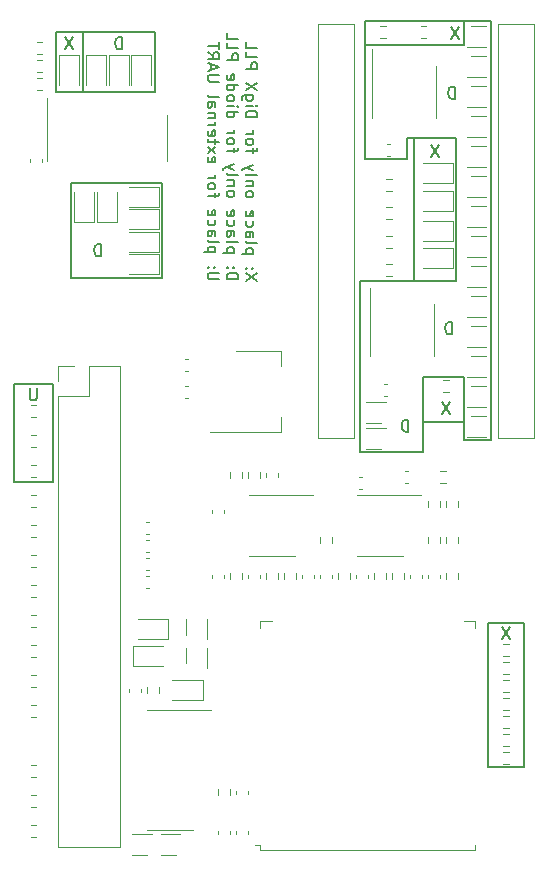
<source format=gbo>
%TF.GenerationSoftware,KiCad,Pcbnew,(6.0.1)*%
%TF.CreationDate,2022-01-21T22:17:13+01:00*%
%TF.ProjectId,bosch-kf163-control,626f7363-682d-46b6-9631-36332d636f6e,1*%
%TF.SameCoordinates,Original*%
%TF.FileFunction,Legend,Bot*%
%TF.FilePolarity,Positive*%
%FSLAX46Y46*%
G04 Gerber Fmt 4.6, Leading zero omitted, Abs format (unit mm)*
G04 Created by KiCad (PCBNEW (6.0.1)) date 2022-01-21 22:17:13*
%MOMM*%
%LPD*%
G01*
G04 APERTURE LIST*
%ADD10C,0.150000*%
%ADD11C,0.127000*%
%ADD12C,0.200000*%
%ADD13C,0.120000*%
G04 APERTURE END LIST*
D10*
X95377000Y-70739000D02*
X93091000Y-70739000D01*
X93091000Y-70739000D02*
X93091000Y-65659000D01*
X93091000Y-65659000D02*
X95377000Y-65659000D01*
X95377000Y-65659000D02*
X95377000Y-70739000D01*
D11*
X102108000Y-86487000D02*
X94361000Y-86487000D01*
X94361000Y-86487000D02*
X94361000Y-80899000D01*
X94361000Y-80899000D02*
X94361000Y-78486000D01*
X94361000Y-78486000D02*
X102108000Y-78486000D01*
X102108000Y-78486000D02*
X102108000Y-86487000D01*
X92837000Y-103759000D02*
X89535000Y-103759000D01*
X89535000Y-103759000D02*
X89535000Y-95504000D01*
X89535000Y-95504000D02*
X92837000Y-95504000D01*
X92837000Y-95504000D02*
X92837000Y-103759000D01*
D10*
X101473000Y-65659000D02*
X101473000Y-70739000D01*
X101473000Y-70739000D02*
X95377000Y-70739000D01*
X95377000Y-70739000D02*
X95377000Y-65659000D01*
X95377000Y-65659000D02*
X101473000Y-65659000D01*
D11*
X132715000Y-127889000D02*
X129667000Y-127889000D01*
X129667000Y-127889000D02*
X129667000Y-115697000D01*
X129667000Y-115697000D02*
X132715000Y-115697000D01*
X132715000Y-115697000D02*
X132715000Y-127889000D01*
X129921000Y-100203000D02*
X127635000Y-100203000D01*
X127635000Y-100203000D02*
X127635000Y-94869000D01*
X127635000Y-94869000D02*
X124206000Y-94869000D01*
X124206000Y-94869000D02*
X124206000Y-101219000D01*
X124206000Y-101219000D02*
X118872000Y-101219000D01*
X118872000Y-101219000D02*
X118872000Y-86741000D01*
X118872000Y-86741000D02*
X127000000Y-86741000D01*
X127000000Y-86741000D02*
X127000000Y-74676000D01*
X127000000Y-74676000D02*
X122809000Y-74676000D01*
X122809000Y-74676000D02*
X122809000Y-76454000D01*
X122809000Y-76454000D02*
X119253000Y-76454000D01*
X119253000Y-76454000D02*
X119253000Y-66802000D01*
X119253000Y-66802000D02*
X127635000Y-66802000D01*
X127635000Y-66802000D02*
X127635000Y-64770000D01*
X127635000Y-64770000D02*
X129921000Y-64770000D01*
X129921000Y-64770000D02*
X129921000Y-100203000D01*
X127635000Y-66802000D02*
X119253000Y-66802000D01*
X119253000Y-66802000D02*
X119253000Y-64770000D01*
X119253000Y-64770000D02*
X127635000Y-64770000D01*
X127635000Y-64770000D02*
X127635000Y-66802000D01*
X127000000Y-86741000D02*
X123444000Y-86741000D01*
X123444000Y-86741000D02*
X123444000Y-84582000D01*
X123444000Y-84582000D02*
X123444000Y-74676000D01*
X123444000Y-74676000D02*
X127000000Y-74676000D01*
X127000000Y-74676000D02*
X127000000Y-86741000D01*
X127635000Y-98679000D02*
X124206000Y-98679000D01*
X124206000Y-98679000D02*
X124206000Y-94869000D01*
X124206000Y-94869000D02*
X127635000Y-94869000D01*
X127635000Y-94869000D02*
X127635000Y-98679000D01*
D12*
X122943904Y-99512380D02*
X122943904Y-98512380D01*
X122705809Y-98512380D01*
X122562952Y-98560000D01*
X122467714Y-98655238D01*
X122420095Y-98750476D01*
X122372476Y-98940952D01*
X122372476Y-99083809D01*
X122420095Y-99274285D01*
X122467714Y-99369523D01*
X122562952Y-99464761D01*
X122705809Y-99512380D01*
X122943904Y-99512380D01*
X96908904Y-84653380D02*
X96908904Y-83653380D01*
X96670809Y-83653380D01*
X96527952Y-83701000D01*
X96432714Y-83796238D01*
X96385095Y-83891476D01*
X96337476Y-84081952D01*
X96337476Y-84224809D01*
X96385095Y-84415285D01*
X96432714Y-84510523D01*
X96527952Y-84605761D01*
X96670809Y-84653380D01*
X96908904Y-84653380D01*
X126626904Y-91257380D02*
X126626904Y-90257380D01*
X126388809Y-90257380D01*
X126245952Y-90305000D01*
X126150714Y-90400238D01*
X126103095Y-90495476D01*
X126055476Y-90685952D01*
X126055476Y-90828809D01*
X126103095Y-91019285D01*
X126150714Y-91114523D01*
X126245952Y-91209761D01*
X126388809Y-91257380D01*
X126626904Y-91257380D01*
X94567333Y-66127380D02*
X93900666Y-67127380D01*
X93900666Y-66127380D02*
X94567333Y-67127380D01*
X126444333Y-96988380D02*
X125777666Y-97988380D01*
X125777666Y-96988380D02*
X126444333Y-97988380D01*
X126880904Y-71318380D02*
X126880904Y-70318380D01*
X126642809Y-70318380D01*
X126499952Y-70366000D01*
X126404714Y-70461238D01*
X126357095Y-70556476D01*
X126309476Y-70746952D01*
X126309476Y-70889809D01*
X126357095Y-71080285D01*
X126404714Y-71175523D01*
X126499952Y-71270761D01*
X126642809Y-71318380D01*
X126880904Y-71318380D01*
X127206333Y-65238380D02*
X126539666Y-66238380D01*
X126539666Y-65238380D02*
X127206333Y-66238380D01*
X125555333Y-75271380D02*
X124888666Y-76271380D01*
X124888666Y-75271380D02*
X125555333Y-76271380D01*
X91471714Y-95845380D02*
X91471714Y-96654904D01*
X91424095Y-96750142D01*
X91376476Y-96797761D01*
X91281238Y-96845380D01*
X91090761Y-96845380D01*
X90995523Y-96797761D01*
X90947904Y-96750142D01*
X90900285Y-96654904D01*
X90900285Y-95845380D01*
X98686904Y-67127380D02*
X98686904Y-66127380D01*
X98448809Y-66127380D01*
X98305952Y-66175000D01*
X98210714Y-66270238D01*
X98163095Y-66365476D01*
X98115476Y-66555952D01*
X98115476Y-66698809D01*
X98163095Y-66889285D01*
X98210714Y-66984523D01*
X98305952Y-67079761D01*
X98448809Y-67127380D01*
X98686904Y-67127380D01*
X131524333Y-116038380D02*
X130857666Y-117038380D01*
X130857666Y-116038380D02*
X131524333Y-117038380D01*
X110157619Y-86727142D02*
X109157619Y-86060476D01*
X110157619Y-86060476D02*
X109157619Y-86727142D01*
X109252857Y-85679523D02*
X109205238Y-85631904D01*
X109157619Y-85679523D01*
X109205238Y-85727142D01*
X109252857Y-85679523D01*
X109157619Y-85679523D01*
X109776666Y-85679523D02*
X109729047Y-85631904D01*
X109681428Y-85679523D01*
X109729047Y-85727142D01*
X109776666Y-85679523D01*
X109681428Y-85679523D01*
X109824285Y-84441428D02*
X108824285Y-84441428D01*
X109776666Y-84441428D02*
X109824285Y-84346190D01*
X109824285Y-84155714D01*
X109776666Y-84060476D01*
X109729047Y-84012857D01*
X109633809Y-83965238D01*
X109348095Y-83965238D01*
X109252857Y-84012857D01*
X109205238Y-84060476D01*
X109157619Y-84155714D01*
X109157619Y-84346190D01*
X109205238Y-84441428D01*
X109157619Y-83393809D02*
X109205238Y-83489047D01*
X109300476Y-83536666D01*
X110157619Y-83536666D01*
X109157619Y-82584285D02*
X109681428Y-82584285D01*
X109776666Y-82631904D01*
X109824285Y-82727142D01*
X109824285Y-82917619D01*
X109776666Y-83012857D01*
X109205238Y-82584285D02*
X109157619Y-82679523D01*
X109157619Y-82917619D01*
X109205238Y-83012857D01*
X109300476Y-83060476D01*
X109395714Y-83060476D01*
X109490952Y-83012857D01*
X109538571Y-82917619D01*
X109538571Y-82679523D01*
X109586190Y-82584285D01*
X109205238Y-81679523D02*
X109157619Y-81774761D01*
X109157619Y-81965238D01*
X109205238Y-82060476D01*
X109252857Y-82108095D01*
X109348095Y-82155714D01*
X109633809Y-82155714D01*
X109729047Y-82108095D01*
X109776666Y-82060476D01*
X109824285Y-81965238D01*
X109824285Y-81774761D01*
X109776666Y-81679523D01*
X109205238Y-80870000D02*
X109157619Y-80965238D01*
X109157619Y-81155714D01*
X109205238Y-81250952D01*
X109300476Y-81298571D01*
X109681428Y-81298571D01*
X109776666Y-81250952D01*
X109824285Y-81155714D01*
X109824285Y-80965238D01*
X109776666Y-80870000D01*
X109681428Y-80822380D01*
X109586190Y-80822380D01*
X109490952Y-81298571D01*
X109157619Y-79489047D02*
X109205238Y-79584285D01*
X109252857Y-79631904D01*
X109348095Y-79679523D01*
X109633809Y-79679523D01*
X109729047Y-79631904D01*
X109776666Y-79584285D01*
X109824285Y-79489047D01*
X109824285Y-79346190D01*
X109776666Y-79250952D01*
X109729047Y-79203333D01*
X109633809Y-79155714D01*
X109348095Y-79155714D01*
X109252857Y-79203333D01*
X109205238Y-79250952D01*
X109157619Y-79346190D01*
X109157619Y-79489047D01*
X109824285Y-78727142D02*
X109157619Y-78727142D01*
X109729047Y-78727142D02*
X109776666Y-78679523D01*
X109824285Y-78584285D01*
X109824285Y-78441428D01*
X109776666Y-78346190D01*
X109681428Y-78298571D01*
X109157619Y-78298571D01*
X109157619Y-77679523D02*
X109205238Y-77774761D01*
X109300476Y-77822380D01*
X110157619Y-77822380D01*
X109824285Y-77393809D02*
X109157619Y-77155714D01*
X109824285Y-76917619D02*
X109157619Y-77155714D01*
X108919523Y-77250952D01*
X108871904Y-77298571D01*
X108824285Y-77393809D01*
X109824285Y-75917619D02*
X109824285Y-75536666D01*
X109157619Y-75774761D02*
X110014761Y-75774761D01*
X110110000Y-75727142D01*
X110157619Y-75631904D01*
X110157619Y-75536666D01*
X109157619Y-75060476D02*
X109205238Y-75155714D01*
X109252857Y-75203333D01*
X109348095Y-75250952D01*
X109633809Y-75250952D01*
X109729047Y-75203333D01*
X109776666Y-75155714D01*
X109824285Y-75060476D01*
X109824285Y-74917619D01*
X109776666Y-74822380D01*
X109729047Y-74774761D01*
X109633809Y-74727142D01*
X109348095Y-74727142D01*
X109252857Y-74774761D01*
X109205238Y-74822380D01*
X109157619Y-74917619D01*
X109157619Y-75060476D01*
X109157619Y-74298571D02*
X109824285Y-74298571D01*
X109633809Y-74298571D02*
X109729047Y-74250952D01*
X109776666Y-74203333D01*
X109824285Y-74108095D01*
X109824285Y-74012857D01*
X109157619Y-72917619D02*
X110157619Y-72917619D01*
X110157619Y-72679523D01*
X110110000Y-72536666D01*
X110014761Y-72441428D01*
X109919523Y-72393809D01*
X109729047Y-72346190D01*
X109586190Y-72346190D01*
X109395714Y-72393809D01*
X109300476Y-72441428D01*
X109205238Y-72536666D01*
X109157619Y-72679523D01*
X109157619Y-72917619D01*
X109157619Y-71917619D02*
X109824285Y-71917619D01*
X110157619Y-71917619D02*
X110110000Y-71965238D01*
X110062380Y-71917619D01*
X110110000Y-71870000D01*
X110157619Y-71917619D01*
X110062380Y-71917619D01*
X109824285Y-71012857D02*
X109014761Y-71012857D01*
X108919523Y-71060476D01*
X108871904Y-71108095D01*
X108824285Y-71203333D01*
X108824285Y-71346190D01*
X108871904Y-71441428D01*
X109205238Y-71012857D02*
X109157619Y-71108095D01*
X109157619Y-71298571D01*
X109205238Y-71393809D01*
X109252857Y-71441428D01*
X109348095Y-71489047D01*
X109633809Y-71489047D01*
X109729047Y-71441428D01*
X109776666Y-71393809D01*
X109824285Y-71298571D01*
X109824285Y-71108095D01*
X109776666Y-71012857D01*
X110157619Y-70631904D02*
X109157619Y-69965238D01*
X110157619Y-69965238D02*
X109157619Y-70631904D01*
X109157619Y-68822380D02*
X110157619Y-68822380D01*
X110157619Y-68441428D01*
X110110000Y-68346190D01*
X110062380Y-68298571D01*
X109967142Y-68250952D01*
X109824285Y-68250952D01*
X109729047Y-68298571D01*
X109681428Y-68346190D01*
X109633809Y-68441428D01*
X109633809Y-68822380D01*
X109157619Y-67346190D02*
X109157619Y-67822380D01*
X110157619Y-67822380D01*
X109157619Y-66536666D02*
X109157619Y-67012857D01*
X110157619Y-67012857D01*
X107547619Y-86631904D02*
X108547619Y-86631904D01*
X108547619Y-86393809D01*
X108500000Y-86250952D01*
X108404761Y-86155714D01*
X108309523Y-86108095D01*
X108119047Y-86060476D01*
X107976190Y-86060476D01*
X107785714Y-86108095D01*
X107690476Y-86155714D01*
X107595238Y-86250952D01*
X107547619Y-86393809D01*
X107547619Y-86631904D01*
X107642857Y-85631904D02*
X107595238Y-85584285D01*
X107547619Y-85631904D01*
X107595238Y-85679523D01*
X107642857Y-85631904D01*
X107547619Y-85631904D01*
X108166666Y-85631904D02*
X108119047Y-85584285D01*
X108071428Y-85631904D01*
X108119047Y-85679523D01*
X108166666Y-85631904D01*
X108071428Y-85631904D01*
X108214285Y-84393809D02*
X107214285Y-84393809D01*
X108166666Y-84393809D02*
X108214285Y-84298571D01*
X108214285Y-84108095D01*
X108166666Y-84012857D01*
X108119047Y-83965238D01*
X108023809Y-83917619D01*
X107738095Y-83917619D01*
X107642857Y-83965238D01*
X107595238Y-84012857D01*
X107547619Y-84108095D01*
X107547619Y-84298571D01*
X107595238Y-84393809D01*
X107547619Y-83346190D02*
X107595238Y-83441428D01*
X107690476Y-83489047D01*
X108547619Y-83489047D01*
X107547619Y-82536666D02*
X108071428Y-82536666D01*
X108166666Y-82584285D01*
X108214285Y-82679523D01*
X108214285Y-82870000D01*
X108166666Y-82965238D01*
X107595238Y-82536666D02*
X107547619Y-82631904D01*
X107547619Y-82870000D01*
X107595238Y-82965238D01*
X107690476Y-83012857D01*
X107785714Y-83012857D01*
X107880952Y-82965238D01*
X107928571Y-82870000D01*
X107928571Y-82631904D01*
X107976190Y-82536666D01*
X107595238Y-81631904D02*
X107547619Y-81727142D01*
X107547619Y-81917619D01*
X107595238Y-82012857D01*
X107642857Y-82060476D01*
X107738095Y-82108095D01*
X108023809Y-82108095D01*
X108119047Y-82060476D01*
X108166666Y-82012857D01*
X108214285Y-81917619D01*
X108214285Y-81727142D01*
X108166666Y-81631904D01*
X107595238Y-80822380D02*
X107547619Y-80917619D01*
X107547619Y-81108095D01*
X107595238Y-81203333D01*
X107690476Y-81250952D01*
X108071428Y-81250952D01*
X108166666Y-81203333D01*
X108214285Y-81108095D01*
X108214285Y-80917619D01*
X108166666Y-80822380D01*
X108071428Y-80774761D01*
X107976190Y-80774761D01*
X107880952Y-81250952D01*
X107547619Y-79441428D02*
X107595238Y-79536666D01*
X107642857Y-79584285D01*
X107738095Y-79631904D01*
X108023809Y-79631904D01*
X108119047Y-79584285D01*
X108166666Y-79536666D01*
X108214285Y-79441428D01*
X108214285Y-79298571D01*
X108166666Y-79203333D01*
X108119047Y-79155714D01*
X108023809Y-79108095D01*
X107738095Y-79108095D01*
X107642857Y-79155714D01*
X107595238Y-79203333D01*
X107547619Y-79298571D01*
X107547619Y-79441428D01*
X108214285Y-78679523D02*
X107547619Y-78679523D01*
X108119047Y-78679523D02*
X108166666Y-78631904D01*
X108214285Y-78536666D01*
X108214285Y-78393809D01*
X108166666Y-78298571D01*
X108071428Y-78250952D01*
X107547619Y-78250952D01*
X107547619Y-77631904D02*
X107595238Y-77727142D01*
X107690476Y-77774761D01*
X108547619Y-77774761D01*
X108214285Y-77346190D02*
X107547619Y-77108095D01*
X108214285Y-76870000D02*
X107547619Y-77108095D01*
X107309523Y-77203333D01*
X107261904Y-77250952D01*
X107214285Y-77346190D01*
X108214285Y-75870000D02*
X108214285Y-75489047D01*
X107547619Y-75727142D02*
X108404761Y-75727142D01*
X108500000Y-75679523D01*
X108547619Y-75584285D01*
X108547619Y-75489047D01*
X107547619Y-75012857D02*
X107595238Y-75108095D01*
X107642857Y-75155714D01*
X107738095Y-75203333D01*
X108023809Y-75203333D01*
X108119047Y-75155714D01*
X108166666Y-75108095D01*
X108214285Y-75012857D01*
X108214285Y-74870000D01*
X108166666Y-74774761D01*
X108119047Y-74727142D01*
X108023809Y-74679523D01*
X107738095Y-74679523D01*
X107642857Y-74727142D01*
X107595238Y-74774761D01*
X107547619Y-74870000D01*
X107547619Y-75012857D01*
X107547619Y-74250952D02*
X108214285Y-74250952D01*
X108023809Y-74250952D02*
X108119047Y-74203333D01*
X108166666Y-74155714D01*
X108214285Y-74060476D01*
X108214285Y-73965238D01*
X107547619Y-72441428D02*
X108547619Y-72441428D01*
X107595238Y-72441428D02*
X107547619Y-72536666D01*
X107547619Y-72727142D01*
X107595238Y-72822380D01*
X107642857Y-72870000D01*
X107738095Y-72917619D01*
X108023809Y-72917619D01*
X108119047Y-72870000D01*
X108166666Y-72822380D01*
X108214285Y-72727142D01*
X108214285Y-72536666D01*
X108166666Y-72441428D01*
X107547619Y-71965238D02*
X108214285Y-71965238D01*
X108547619Y-71965238D02*
X108500000Y-72012857D01*
X108452380Y-71965238D01*
X108500000Y-71917619D01*
X108547619Y-71965238D01*
X108452380Y-71965238D01*
X107547619Y-71346190D02*
X107595238Y-71441428D01*
X107642857Y-71489047D01*
X107738095Y-71536666D01*
X108023809Y-71536666D01*
X108119047Y-71489047D01*
X108166666Y-71441428D01*
X108214285Y-71346190D01*
X108214285Y-71203333D01*
X108166666Y-71108095D01*
X108119047Y-71060476D01*
X108023809Y-71012857D01*
X107738095Y-71012857D01*
X107642857Y-71060476D01*
X107595238Y-71108095D01*
X107547619Y-71203333D01*
X107547619Y-71346190D01*
X107547619Y-70155714D02*
X108547619Y-70155714D01*
X107595238Y-70155714D02*
X107547619Y-70250952D01*
X107547619Y-70441428D01*
X107595238Y-70536666D01*
X107642857Y-70584285D01*
X107738095Y-70631904D01*
X108023809Y-70631904D01*
X108119047Y-70584285D01*
X108166666Y-70536666D01*
X108214285Y-70441428D01*
X108214285Y-70250952D01*
X108166666Y-70155714D01*
X107595238Y-69298571D02*
X107547619Y-69393809D01*
X107547619Y-69584285D01*
X107595238Y-69679523D01*
X107690476Y-69727142D01*
X108071428Y-69727142D01*
X108166666Y-69679523D01*
X108214285Y-69584285D01*
X108214285Y-69393809D01*
X108166666Y-69298571D01*
X108071428Y-69250952D01*
X107976190Y-69250952D01*
X107880952Y-69727142D01*
X107547619Y-68060476D02*
X108547619Y-68060476D01*
X108547619Y-67679523D01*
X108500000Y-67584285D01*
X108452380Y-67536666D01*
X108357142Y-67489047D01*
X108214285Y-67489047D01*
X108119047Y-67536666D01*
X108071428Y-67584285D01*
X108023809Y-67679523D01*
X108023809Y-68060476D01*
X107547619Y-66584285D02*
X107547619Y-67060476D01*
X108547619Y-67060476D01*
X107547619Y-65774761D02*
X107547619Y-66250952D01*
X108547619Y-66250952D01*
X106937619Y-86631904D02*
X106128095Y-86631904D01*
X106032857Y-86584285D01*
X105985238Y-86536666D01*
X105937619Y-86441428D01*
X105937619Y-86250952D01*
X105985238Y-86155714D01*
X106032857Y-86108095D01*
X106128095Y-86060476D01*
X106937619Y-86060476D01*
X106032857Y-85584285D02*
X105985238Y-85536666D01*
X105937619Y-85584285D01*
X105985238Y-85631904D01*
X106032857Y-85584285D01*
X105937619Y-85584285D01*
X106556666Y-85584285D02*
X106509047Y-85536666D01*
X106461428Y-85584285D01*
X106509047Y-85631904D01*
X106556666Y-85584285D01*
X106461428Y-85584285D01*
X106604285Y-84346190D02*
X105604285Y-84346190D01*
X106556666Y-84346190D02*
X106604285Y-84250952D01*
X106604285Y-84060476D01*
X106556666Y-83965238D01*
X106509047Y-83917619D01*
X106413809Y-83870000D01*
X106128095Y-83870000D01*
X106032857Y-83917619D01*
X105985238Y-83965238D01*
X105937619Y-84060476D01*
X105937619Y-84250952D01*
X105985238Y-84346190D01*
X105937619Y-83298571D02*
X105985238Y-83393809D01*
X106080476Y-83441428D01*
X106937619Y-83441428D01*
X105937619Y-82489047D02*
X106461428Y-82489047D01*
X106556666Y-82536666D01*
X106604285Y-82631904D01*
X106604285Y-82822380D01*
X106556666Y-82917619D01*
X105985238Y-82489047D02*
X105937619Y-82584285D01*
X105937619Y-82822380D01*
X105985238Y-82917619D01*
X106080476Y-82965238D01*
X106175714Y-82965238D01*
X106270952Y-82917619D01*
X106318571Y-82822380D01*
X106318571Y-82584285D01*
X106366190Y-82489047D01*
X105985238Y-81584285D02*
X105937619Y-81679523D01*
X105937619Y-81870000D01*
X105985238Y-81965238D01*
X106032857Y-82012857D01*
X106128095Y-82060476D01*
X106413809Y-82060476D01*
X106509047Y-82012857D01*
X106556666Y-81965238D01*
X106604285Y-81870000D01*
X106604285Y-81679523D01*
X106556666Y-81584285D01*
X105985238Y-80774761D02*
X105937619Y-80870000D01*
X105937619Y-81060476D01*
X105985238Y-81155714D01*
X106080476Y-81203333D01*
X106461428Y-81203333D01*
X106556666Y-81155714D01*
X106604285Y-81060476D01*
X106604285Y-80870000D01*
X106556666Y-80774761D01*
X106461428Y-80727142D01*
X106366190Y-80727142D01*
X106270952Y-81203333D01*
X106604285Y-79679523D02*
X106604285Y-79298571D01*
X105937619Y-79536666D02*
X106794761Y-79536666D01*
X106890000Y-79489047D01*
X106937619Y-79393809D01*
X106937619Y-79298571D01*
X105937619Y-78822380D02*
X105985238Y-78917619D01*
X106032857Y-78965238D01*
X106128095Y-79012857D01*
X106413809Y-79012857D01*
X106509047Y-78965238D01*
X106556666Y-78917619D01*
X106604285Y-78822380D01*
X106604285Y-78679523D01*
X106556666Y-78584285D01*
X106509047Y-78536666D01*
X106413809Y-78489047D01*
X106128095Y-78489047D01*
X106032857Y-78536666D01*
X105985238Y-78584285D01*
X105937619Y-78679523D01*
X105937619Y-78822380D01*
X105937619Y-78060476D02*
X106604285Y-78060476D01*
X106413809Y-78060476D02*
X106509047Y-78012857D01*
X106556666Y-77965238D01*
X106604285Y-77870000D01*
X106604285Y-77774761D01*
X105985238Y-76298571D02*
X105937619Y-76393809D01*
X105937619Y-76584285D01*
X105985238Y-76679523D01*
X106080476Y-76727142D01*
X106461428Y-76727142D01*
X106556666Y-76679523D01*
X106604285Y-76584285D01*
X106604285Y-76393809D01*
X106556666Y-76298571D01*
X106461428Y-76250952D01*
X106366190Y-76250952D01*
X106270952Y-76727142D01*
X105937619Y-75917619D02*
X106604285Y-75393809D01*
X106604285Y-75917619D02*
X105937619Y-75393809D01*
X106604285Y-75155714D02*
X106604285Y-74774761D01*
X106937619Y-75012857D02*
X106080476Y-75012857D01*
X105985238Y-74965238D01*
X105937619Y-74870000D01*
X105937619Y-74774761D01*
X105985238Y-74060476D02*
X105937619Y-74155714D01*
X105937619Y-74346190D01*
X105985238Y-74441428D01*
X106080476Y-74489047D01*
X106461428Y-74489047D01*
X106556666Y-74441428D01*
X106604285Y-74346190D01*
X106604285Y-74155714D01*
X106556666Y-74060476D01*
X106461428Y-74012857D01*
X106366190Y-74012857D01*
X106270952Y-74489047D01*
X105937619Y-73584285D02*
X106604285Y-73584285D01*
X106413809Y-73584285D02*
X106509047Y-73536666D01*
X106556666Y-73489047D01*
X106604285Y-73393809D01*
X106604285Y-73298571D01*
X106604285Y-72965238D02*
X105937619Y-72965238D01*
X106509047Y-72965238D02*
X106556666Y-72917619D01*
X106604285Y-72822380D01*
X106604285Y-72679523D01*
X106556666Y-72584285D01*
X106461428Y-72536666D01*
X105937619Y-72536666D01*
X105937619Y-71631904D02*
X106461428Y-71631904D01*
X106556666Y-71679523D01*
X106604285Y-71774761D01*
X106604285Y-71965238D01*
X106556666Y-72060476D01*
X105985238Y-71631904D02*
X105937619Y-71727142D01*
X105937619Y-71965238D01*
X105985238Y-72060476D01*
X106080476Y-72108095D01*
X106175714Y-72108095D01*
X106270952Y-72060476D01*
X106318571Y-71965238D01*
X106318571Y-71727142D01*
X106366190Y-71631904D01*
X105937619Y-71012857D02*
X105985238Y-71108095D01*
X106080476Y-71155714D01*
X106937619Y-71155714D01*
X106937619Y-69870000D02*
X106128095Y-69870000D01*
X106032857Y-69822380D01*
X105985238Y-69774761D01*
X105937619Y-69679523D01*
X105937619Y-69489047D01*
X105985238Y-69393809D01*
X106032857Y-69346190D01*
X106128095Y-69298571D01*
X106937619Y-69298571D01*
X106223333Y-68870000D02*
X106223333Y-68393809D01*
X105937619Y-68965238D02*
X106937619Y-68631904D01*
X105937619Y-68298571D01*
X105937619Y-67393809D02*
X106413809Y-67727142D01*
X105937619Y-67965238D02*
X106937619Y-67965238D01*
X106937619Y-67584285D01*
X106890000Y-67489047D01*
X106842380Y-67441428D01*
X106747142Y-67393809D01*
X106604285Y-67393809D01*
X106509047Y-67441428D01*
X106461428Y-67489047D01*
X106413809Y-67584285D01*
X106413809Y-67965238D01*
X106937619Y-67108095D02*
X106937619Y-66536666D01*
X105937619Y-66822380D02*
X106937619Y-66822380D01*
D13*
%TO.C,C304*%
X107317000Y-111619420D02*
X107317000Y-111900580D01*
X106297000Y-111619420D02*
X106297000Y-111900580D01*
%TO.C,R307*%
X117997500Y-111997258D02*
X117997500Y-111522742D01*
X116952500Y-111997258D02*
X116952500Y-111522742D01*
%TO.C,R212*%
X131428258Y-120508500D02*
X130953742Y-120508500D01*
X131428258Y-121553500D02*
X130953742Y-121553500D01*
%TO.C,Q206*%
X127905000Y-79640000D02*
X129555000Y-79640000D01*
X129555000Y-77840000D02*
X128255000Y-77840000D01*
%TO.C,J101*%
X98485000Y-93920000D02*
X95885000Y-93920000D01*
X98485000Y-93920000D02*
X98485000Y-134680000D01*
X93285000Y-96520000D02*
X93285000Y-134680000D01*
X95885000Y-93920000D02*
X95885000Y-96520000D01*
X95885000Y-96520000D02*
X93285000Y-96520000D01*
X98485000Y-134680000D02*
X93285000Y-134680000D01*
X93285000Y-93920000D02*
X93285000Y-95250000D01*
X94615000Y-93920000D02*
X93285000Y-93920000D01*
%TO.C,Q203*%
X119365000Y-100976000D02*
X120665000Y-100976000D01*
X121015000Y-99176000D02*
X119365000Y-99176000D01*
%TO.C,Q210*%
X127905000Y-74560000D02*
X129555000Y-74560000D01*
X129555000Y-72760000D02*
X128255000Y-72760000D01*
%TO.C,Q215*%
X129555000Y-85460000D02*
X128255000Y-85460000D01*
X127905000Y-87260000D02*
X129555000Y-87260000D01*
%TO.C,D209*%
X96559000Y-81764000D02*
X96559000Y-79214000D01*
X98259000Y-81764000D02*
X98259000Y-79214000D01*
X98259000Y-81764000D02*
X96559000Y-81764000D01*
%TO.C,R209*%
X131428258Y-125080500D02*
X130953742Y-125080500D01*
X131428258Y-126125500D02*
X130953742Y-126125500D01*
%TO.C,D206*%
X93384000Y-67588000D02*
X95084000Y-67588000D01*
X95084000Y-67588000D02*
X95084000Y-70138000D01*
X93384000Y-67588000D02*
X93384000Y-70138000D01*
%TO.C,R107*%
X90948742Y-121172500D02*
X91423258Y-121172500D01*
X90948742Y-120127500D02*
X91423258Y-120127500D01*
%TO.C,R104*%
X90948742Y-113552500D02*
X91423258Y-113552500D01*
X90948742Y-112507500D02*
X91423258Y-112507500D01*
%TO.C,R105*%
X90948742Y-115047500D02*
X91423258Y-115047500D01*
X90948742Y-116092500D02*
X91423258Y-116092500D01*
%TO.C,R202*%
X121522258Y-82916500D02*
X121047742Y-82916500D01*
X121522258Y-83961500D02*
X121047742Y-83961500D01*
%TO.C,R305*%
X122569500Y-111522742D02*
X122569500Y-111997258D01*
X121524500Y-111522742D02*
X121524500Y-111997258D01*
%TO.C,R217*%
X126348258Y-95108500D02*
X125873742Y-95108500D01*
X126348258Y-96153500D02*
X125873742Y-96153500D01*
%TO.C,Q204*%
X127905000Y-82180000D02*
X129555000Y-82180000D01*
X129555000Y-80380000D02*
X128255000Y-80380000D01*
%TO.C,C306*%
X123061000Y-111900580D02*
X123061000Y-111619420D01*
X124081000Y-111900580D02*
X124081000Y-111619420D01*
%TO.C,D205*%
X97370000Y-67588000D02*
X97370000Y-70138000D01*
X95670000Y-67588000D02*
X97370000Y-67588000D01*
X95670000Y-67588000D02*
X95670000Y-70138000D01*
%TO.C,D204*%
X99480000Y-67588000D02*
X99480000Y-70138000D01*
X99480000Y-67588000D02*
X101180000Y-67588000D01*
X101180000Y-67588000D02*
X101180000Y-70138000D01*
%TO.C,R214*%
X131428258Y-124601500D02*
X130953742Y-124601500D01*
X131428258Y-123556500D02*
X130953742Y-123556500D01*
%TO.C,C302*%
X113917000Y-111900580D02*
X113917000Y-111619420D01*
X114937000Y-111900580D02*
X114937000Y-111619420D01*
%TO.C,U102*%
X108386000Y-92729000D02*
X112146000Y-92729000D01*
X112146000Y-99549000D02*
X112146000Y-98289000D01*
X106136000Y-99549000D02*
X112146000Y-99549000D01*
X112146000Y-92729000D02*
X112146000Y-93989000D01*
%TO.C,R109*%
X90948742Y-130287500D02*
X91423258Y-130287500D01*
X90948742Y-131332500D02*
X91423258Y-131332500D01*
%TO.C,Q208*%
X127905000Y-77100000D02*
X129555000Y-77100000D01*
X129555000Y-75300000D02*
X128255000Y-75300000D01*
%TO.C,R313*%
X126096500Y-111997258D02*
X126096500Y-111522742D01*
X127141500Y-111997258D02*
X127141500Y-111522742D01*
%TO.C,Q102*%
X103616000Y-133593000D02*
X101966000Y-133593000D01*
X101966000Y-135393000D02*
X103266000Y-135393000D01*
%TO.C,C101*%
X99312000Y-121271420D02*
X99312000Y-121552580D01*
X100332000Y-121271420D02*
X100332000Y-121552580D01*
%TO.C,C301*%
X106297000Y-106158420D02*
X106297000Y-106439580D01*
X107317000Y-106158420D02*
X107317000Y-106439580D01*
%TO.C,Q103*%
X105929000Y-117070000D02*
X105929000Y-115420000D01*
X104129000Y-115420000D02*
X104129000Y-116720000D01*
%TO.C,R310*%
X126096500Y-108949258D02*
X126096500Y-108474742D01*
X127141500Y-108949258D02*
X127141500Y-108474742D01*
%TO.C,C203*%
X121425580Y-75182000D02*
X121144420Y-75182000D01*
X121425580Y-76202000D02*
X121144420Y-76202000D01*
%TO.C,C311*%
X100978580Y-107186000D02*
X100697420Y-107186000D01*
X100978580Y-108206000D02*
X100697420Y-108206000D01*
%TO.C,R114*%
X106792500Y-130285258D02*
X106792500Y-129810742D01*
X107837500Y-130285258D02*
X107837500Y-129810742D01*
%TO.C,J201*%
X118364000Y-65024000D02*
X115316000Y-65024000D01*
X115316000Y-65024000D02*
X115316000Y-100076000D01*
X115316000Y-100076000D02*
X118364000Y-100076000D01*
X118364000Y-100076000D02*
X118364000Y-65024000D01*
X133604000Y-100076000D02*
X130556000Y-100076000D01*
X130556000Y-100076000D02*
X130556000Y-65024000D01*
X130556000Y-65024000D02*
X133604000Y-65024000D01*
X133604000Y-65024000D02*
X133604000Y-100076000D01*
%TO.C,R108*%
X90948742Y-127747500D02*
X91423258Y-127747500D01*
X90948742Y-128792500D02*
X91423258Y-128792500D01*
%TO.C,D214*%
X126722000Y-83986000D02*
X124172000Y-83986000D01*
X126722000Y-83986000D02*
X126722000Y-85686000D01*
X126722000Y-85686000D02*
X124172000Y-85686000D01*
%TO.C,C303*%
X109345000Y-111900580D02*
X109345000Y-111619420D01*
X110365000Y-111900580D02*
X110365000Y-111619420D01*
%TO.C,R117*%
X91423258Y-97267500D02*
X90948742Y-97267500D01*
X91423258Y-98312500D02*
X90948742Y-98312500D01*
%TO.C,D202*%
X101830000Y-84494000D02*
X99280000Y-84494000D01*
X101830000Y-86194000D02*
X99280000Y-86194000D01*
X101830000Y-84494000D02*
X101830000Y-86194000D01*
%TO.C,R213*%
X131428258Y-122032500D02*
X130953742Y-122032500D01*
X131428258Y-123077500D02*
X130953742Y-123077500D01*
%TO.C,U202*%
X92349000Y-74676000D02*
X92349000Y-71226000D01*
X102469000Y-74676000D02*
X102469000Y-72726000D01*
X102469000Y-74676000D02*
X102469000Y-76626000D01*
X92349000Y-74676000D02*
X92349000Y-76626000D01*
%TO.C,C305*%
X118731420Y-103376000D02*
X119012580Y-103376000D01*
X118731420Y-104396000D02*
X119012580Y-104396000D01*
%TO.C,C309*%
X110869000Y-103328080D02*
X110869000Y-103046920D01*
X111889000Y-103328080D02*
X111889000Y-103046920D01*
%TO.C,C307*%
X119509000Y-111900580D02*
X119509000Y-111619420D01*
X118489000Y-111900580D02*
X118489000Y-111619420D01*
%TO.C,D207*%
X126722000Y-76747000D02*
X124172000Y-76747000D01*
X126722000Y-76747000D02*
X126722000Y-78447000D01*
X126722000Y-78447000D02*
X124172000Y-78447000D01*
%TO.C,Q201*%
X119365000Y-98817000D02*
X120665000Y-98817000D01*
X121015000Y-97017000D02*
X119365000Y-97017000D01*
%TO.C,R309*%
X108853500Y-103424758D02*
X108853500Y-102950242D01*
X107808500Y-103424758D02*
X107808500Y-102950242D01*
%TO.C,C201*%
X90903000Y-76440420D02*
X90903000Y-76721580D01*
X91923000Y-76440420D02*
X91923000Y-76721580D01*
%TO.C,R203*%
X121522258Y-81548500D02*
X121047742Y-81548500D01*
X121522258Y-80503500D02*
X121047742Y-80503500D01*
%TO.C,Q209*%
X129555000Y-93080000D02*
X128255000Y-93080000D01*
X127905000Y-94880000D02*
X129555000Y-94880000D01*
%TO.C,R215*%
X120539742Y-66181500D02*
X121014258Y-66181500D01*
X120539742Y-65136500D02*
X121014258Y-65136500D01*
%TO.C,D203*%
X101830000Y-80684000D02*
X101830000Y-82384000D01*
X101830000Y-82384000D02*
X99280000Y-82384000D01*
X101830000Y-80684000D02*
X99280000Y-80684000D01*
%TO.C,R208*%
X131428258Y-126604500D02*
X130953742Y-126604500D01*
X131428258Y-127649500D02*
X130953742Y-127649500D01*
%TO.C,C106*%
X108329000Y-130188580D02*
X108329000Y-129907420D01*
X109349000Y-130188580D02*
X109349000Y-129907420D01*
%TO.C,C310*%
X100978580Y-108710000D02*
X100697420Y-108710000D01*
X100978580Y-109730000D02*
X100697420Y-109730000D01*
%TO.C,C202*%
X121171580Y-95502000D02*
X120890420Y-95502000D01*
X121171580Y-96522000D02*
X120890420Y-96522000D01*
%TO.C,C102*%
X106805000Y-133336420D02*
X106805000Y-133617580D01*
X107825000Y-133336420D02*
X107825000Y-133617580D01*
%TO.C,C315*%
X122949580Y-102868000D02*
X122668420Y-102868000D01*
X122949580Y-103888000D02*
X122668420Y-103888000D01*
%TO.C,R115*%
X91423258Y-103392500D02*
X90948742Y-103392500D01*
X91423258Y-102347500D02*
X90948742Y-102347500D01*
%TO.C,R304*%
X116473500Y-108949258D02*
X116473500Y-108474742D01*
X115428500Y-108949258D02*
X115428500Y-108474742D01*
%TO.C,R206*%
X91456742Y-69581500D02*
X91931258Y-69581500D01*
X91456742Y-70626500D02*
X91931258Y-70626500D01*
%TO.C,Q212*%
X129555000Y-70220000D02*
X128255000Y-70220000D01*
X127905000Y-72020000D02*
X129555000Y-72020000D01*
%TO.C,R314*%
X124572500Y-105901258D02*
X124572500Y-105426742D01*
X125617500Y-105901258D02*
X125617500Y-105426742D01*
%TO.C,R216*%
X123968742Y-65136500D02*
X124443258Y-65136500D01*
X123968742Y-66181500D02*
X124443258Y-66181500D01*
%TO.C,C105*%
X104280580Y-96649000D02*
X103999420Y-96649000D01*
X104280580Y-95629000D02*
X103999420Y-95629000D01*
%TO.C,C312*%
X100697420Y-112778000D02*
X100978580Y-112778000D01*
X100697420Y-111758000D02*
X100978580Y-111758000D01*
%TO.C,R116*%
X91423258Y-99807500D02*
X90948742Y-99807500D01*
X91423258Y-100852500D02*
X90948742Y-100852500D01*
%TO.C,U302*%
X120523000Y-104882000D02*
X123973000Y-104882000D01*
X120523000Y-110002000D02*
X122473000Y-110002000D01*
X120523000Y-110002000D02*
X118573000Y-110002000D01*
X120523000Y-104882000D02*
X118573000Y-104882000D01*
%TO.C,U103*%
X128611000Y-116129000D02*
X128611000Y-115509000D01*
X110371000Y-134949000D02*
X110371000Y-134529000D01*
X128611000Y-115509000D02*
X127611000Y-115509000D01*
X110371000Y-115509000D02*
X111371000Y-115509000D01*
X128611000Y-134949000D02*
X128611000Y-134529000D01*
X110371000Y-134529000D02*
X109991000Y-134529000D01*
X110371000Y-116129000D02*
X110371000Y-115509000D01*
X110371000Y-134949000D02*
X128611000Y-134949000D01*
%TO.C,R204*%
X91456742Y-66533500D02*
X91931258Y-66533500D01*
X91456742Y-67578500D02*
X91931258Y-67578500D01*
%TO.C,C314*%
X124585000Y-111619420D02*
X124585000Y-111900580D01*
X125605000Y-111619420D02*
X125605000Y-111900580D01*
%TO.C,Q202*%
X129555000Y-82920000D02*
X128255000Y-82920000D01*
X127905000Y-84720000D02*
X129555000Y-84720000D01*
%TO.C,D211*%
X101830000Y-78779000D02*
X99280000Y-78779000D01*
X101830000Y-80479000D02*
X99280000Y-80479000D01*
X101830000Y-78779000D02*
X101830000Y-80479000D01*
%TO.C,Q104*%
X99553000Y-135393000D02*
X100853000Y-135393000D01*
X101203000Y-133593000D02*
X99553000Y-133593000D01*
%TO.C,D101*%
X99592000Y-119341000D02*
X99592000Y-117641000D01*
X99592000Y-117641000D02*
X102142000Y-117641000D01*
X99592000Y-119341000D02*
X102142000Y-119341000D01*
%TO.C,R106*%
X90948742Y-117587500D02*
X91423258Y-117587500D01*
X90948742Y-118632500D02*
X91423258Y-118632500D01*
%TO.C,D201*%
X96354000Y-81764000D02*
X94654000Y-81764000D01*
X96354000Y-81764000D02*
X96354000Y-79214000D01*
X94654000Y-81764000D02*
X94654000Y-79214000D01*
%TO.C,R303*%
X107808500Y-111997258D02*
X107808500Y-111522742D01*
X108853500Y-111997258D02*
X108853500Y-111522742D01*
%TO.C,R110*%
X90948742Y-132827500D02*
X91423258Y-132827500D01*
X90948742Y-133872500D02*
X91423258Y-133872500D01*
%TO.C,R211*%
X131428258Y-118984500D02*
X130953742Y-118984500D01*
X131428258Y-120029500D02*
X130953742Y-120029500D01*
%TO.C,D208*%
X126722000Y-81700000D02*
X124172000Y-81700000D01*
X126722000Y-81700000D02*
X126722000Y-83400000D01*
X126722000Y-83400000D02*
X124172000Y-83400000D01*
%TO.C,R205*%
X91456742Y-69102500D02*
X91931258Y-69102500D01*
X91456742Y-68057500D02*
X91931258Y-68057500D01*
%TO.C,Q213*%
X127905000Y-89800000D02*
X129555000Y-89800000D01*
X129555000Y-88000000D02*
X128255000Y-88000000D01*
%TO.C,R111*%
X100823500Y-121649258D02*
X100823500Y-121174742D01*
X101868500Y-121649258D02*
X101868500Y-121174742D01*
%TO.C,Q216*%
X129555000Y-65140000D02*
X128255000Y-65140000D01*
X127905000Y-66940000D02*
X129555000Y-66940000D01*
%TO.C,Q101*%
X105929000Y-119491000D02*
X105929000Y-117841000D01*
X104129000Y-117841000D02*
X104129000Y-119141000D01*
%TO.C,C104*%
X104280580Y-93343000D02*
X103999420Y-93343000D01*
X104280580Y-94363000D02*
X103999420Y-94363000D01*
%TO.C,R306*%
X121045500Y-111522742D02*
X121045500Y-111997258D01*
X120000500Y-111522742D02*
X120000500Y-111997258D01*
%TO.C,R102*%
X90948742Y-109967500D02*
X91423258Y-109967500D01*
X90948742Y-111012500D02*
X91423258Y-111012500D01*
%TO.C,C103*%
X108329000Y-133336420D02*
X108329000Y-133617580D01*
X109349000Y-133336420D02*
X109349000Y-133617580D01*
%TO.C,D210*%
X101830000Y-82589000D02*
X101830000Y-84289000D01*
X101830000Y-84289000D02*
X99280000Y-84289000D01*
X101830000Y-82589000D02*
X99280000Y-82589000D01*
%TO.C,U301*%
X111379000Y-104882000D02*
X114829000Y-104882000D01*
X111379000Y-110002000D02*
X113329000Y-110002000D01*
X111379000Y-104882000D02*
X109429000Y-104882000D01*
X111379000Y-110002000D02*
X109429000Y-110002000D01*
%TO.C,R312*%
X125619742Y-103900500D02*
X126094258Y-103900500D01*
X125619742Y-102855500D02*
X126094258Y-102855500D01*
%TO.C,C308*%
X116461000Y-111619420D02*
X116461000Y-111900580D01*
X115441000Y-111619420D02*
X115441000Y-111900580D01*
%TO.C,C313*%
X100697420Y-111254000D02*
X100978580Y-111254000D01*
X100697420Y-110234000D02*
X100978580Y-110234000D01*
%TO.C,U203*%
X125290000Y-70739000D02*
X125290000Y-72939000D01*
X125290000Y-70739000D02*
X125290000Y-68539000D01*
X119820000Y-70739000D02*
X119820000Y-67139000D01*
X119820000Y-70739000D02*
X119820000Y-72939000D01*
%TO.C,R101*%
X90948742Y-122667500D02*
X91423258Y-122667500D01*
X90948742Y-123712500D02*
X91423258Y-123712500D01*
%TO.C,R210*%
X131428258Y-118505500D02*
X130953742Y-118505500D01*
X131428258Y-117460500D02*
X130953742Y-117460500D01*
%TO.C,R308*%
X109332500Y-102950242D02*
X109332500Y-103424758D01*
X110377500Y-102950242D02*
X110377500Y-103424758D01*
%TO.C,D212*%
X97575000Y-67588000D02*
X99275000Y-67588000D01*
X97575000Y-67588000D02*
X97575000Y-70138000D01*
X99275000Y-67588000D02*
X99275000Y-70138000D01*
%TO.C,U101*%
X102743000Y-123083000D02*
X106193000Y-123083000D01*
X102743000Y-133203000D02*
X104693000Y-133203000D01*
X102743000Y-123083000D02*
X100793000Y-123083000D01*
X102743000Y-133203000D02*
X100793000Y-133203000D01*
%TO.C,D102*%
X105513000Y-122262000D02*
X102963000Y-122262000D01*
X105513000Y-120562000D02*
X105513000Y-122262000D01*
X105513000Y-120562000D02*
X102963000Y-120562000D01*
%TO.C,Q211*%
X127905000Y-92340000D02*
X129555000Y-92340000D01*
X129555000Y-90540000D02*
X128255000Y-90540000D01*
%TO.C,R301*%
X112380500Y-111522742D02*
X112380500Y-111997258D01*
X113425500Y-111522742D02*
X113425500Y-111997258D01*
%TO.C,D103*%
X102592000Y-115355000D02*
X100042000Y-115355000D01*
X102592000Y-115355000D02*
X102592000Y-117055000D01*
X102592000Y-117055000D02*
X100042000Y-117055000D01*
%TO.C,U201*%
X125137000Y-90932000D02*
X125137000Y-93132000D01*
X119667000Y-90932000D02*
X119667000Y-87332000D01*
X125137000Y-90932000D02*
X125137000Y-88732000D01*
X119667000Y-90932000D02*
X119667000Y-93132000D01*
%TO.C,R302*%
X110856500Y-111522742D02*
X110856500Y-111997258D01*
X111901500Y-111522742D02*
X111901500Y-111997258D01*
%TO.C,Q205*%
X127905000Y-99960000D02*
X129555000Y-99960000D01*
X129555000Y-98160000D02*
X128255000Y-98160000D01*
%TO.C,R207*%
X121522258Y-79135500D02*
X121047742Y-79135500D01*
X121522258Y-78090500D02*
X121047742Y-78090500D01*
%TO.C,R103*%
X90948742Y-107427500D02*
X91423258Y-107427500D01*
X90948742Y-108472500D02*
X91423258Y-108472500D01*
%TO.C,Q214*%
X129555000Y-67680000D02*
X128255000Y-67680000D01*
X127905000Y-69480000D02*
X129555000Y-69480000D01*
%TO.C,R315*%
X127141500Y-105426742D02*
X127141500Y-105901258D01*
X126096500Y-105426742D02*
X126096500Y-105901258D01*
%TO.C,D213*%
X126722000Y-80860000D02*
X124172000Y-80860000D01*
X126722000Y-79160000D02*
X124172000Y-79160000D01*
X126722000Y-79160000D02*
X126722000Y-80860000D01*
%TO.C,R112*%
X90948742Y-105932500D02*
X91423258Y-105932500D01*
X90948742Y-104887500D02*
X91423258Y-104887500D01*
%TO.C,R201*%
X121522258Y-86374500D02*
X121047742Y-86374500D01*
X121522258Y-85329500D02*
X121047742Y-85329500D01*
%TO.C,Q207*%
X129555000Y-95620000D02*
X128255000Y-95620000D01*
X127905000Y-97420000D02*
X129555000Y-97420000D01*
%TO.C,R311*%
X124572500Y-108949258D02*
X124572500Y-108474742D01*
X125617500Y-108949258D02*
X125617500Y-108474742D01*
%TD*%
M02*

</source>
